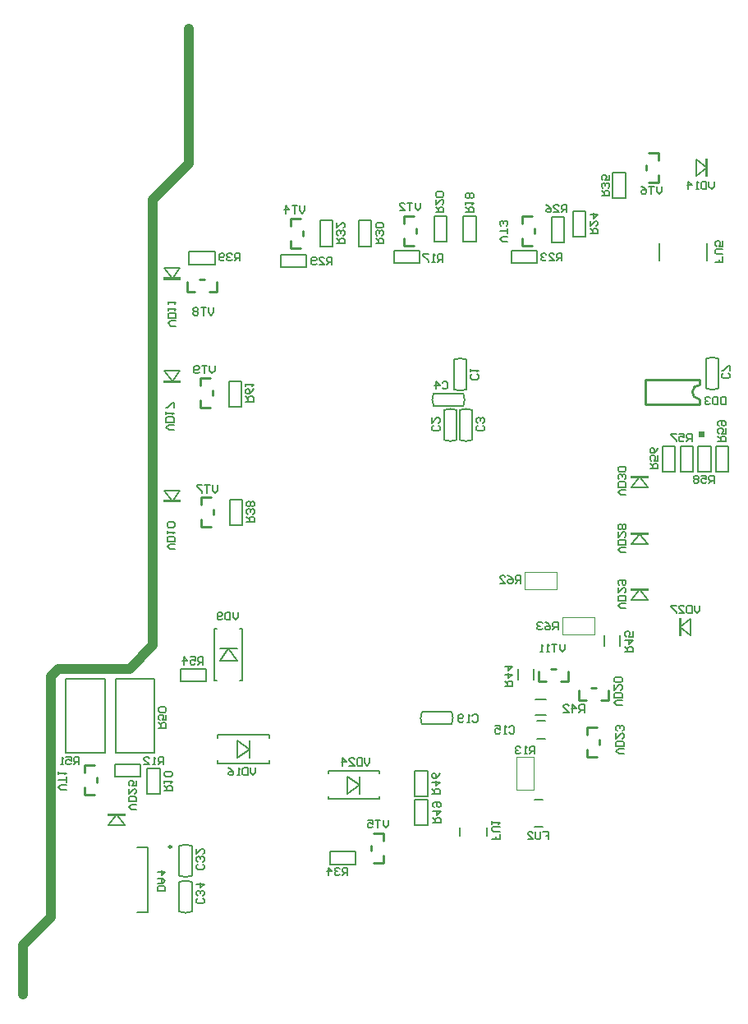
<source format=gbo>
G04*
G04 #@! TF.GenerationSoftware,Altium Limited,Altium Designer,19.1.9 (167)*
G04*
G04 Layer_Color=32896*
%FSLAX24Y24*%
%MOIN*%
G70*
G01*
G75*
%ADD10C,0.0050*%
%ADD12C,0.0070*%
%ADD14C,0.0098*%
%ADD16C,0.0100*%
%ADD18C,0.0079*%
%ADD19C,0.0039*%
%ADD20C,0.0394*%
%ADD168C,0.0067*%
G36*
X22553Y9709D02*
X23273D01*
Y9599D01*
X22553D01*
Y9709D01*
D02*
G37*
G36*
X25517Y22338D02*
X24797D01*
Y22448D01*
X25517D01*
Y22338D01*
D02*
G37*
G36*
X43774Y18843D02*
X44494D01*
Y18733D01*
X43774D01*
Y18843D01*
D02*
G37*
G36*
X45724Y16923D02*
Y17643D01*
X45834D01*
Y16923D01*
X45724D01*
D02*
G37*
G36*
X43774Y21106D02*
X44494D01*
Y20996D01*
X43774D01*
Y21106D01*
D02*
G37*
G36*
X25517Y27181D02*
X24797D01*
Y27291D01*
X25517D01*
Y27181D01*
D02*
G37*
G36*
Y31354D02*
X24797D01*
Y31464D01*
X25517D01*
Y31354D01*
D02*
G37*
G36*
X43774Y23410D02*
X44494D01*
Y23300D01*
X43774D01*
Y23410D01*
D02*
G37*
G36*
X46526Y24959D02*
Y25209D01*
X46776D01*
Y24959D01*
X46526D01*
D02*
G37*
G36*
X46914Y36266D02*
Y35546D01*
X46804D01*
Y36266D01*
X46914D01*
D02*
G37*
D10*
X27801Y11973D02*
Y12673D01*
X28301Y11973D02*
Y12673D01*
X27801D02*
X28301Y12323D01*
X27801Y11973D02*
X28301Y12323D01*
X27091Y15911D02*
X27791D01*
X27091Y16411D02*
X27791D01*
X27091Y15911D02*
X27441Y16411D01*
X27791Y15911D01*
X32289Y10516D02*
X32789Y10866D01*
X32289Y11216D02*
X32789Y10866D01*
Y10516D02*
Y11216D01*
X32289Y10516D02*
Y11216D01*
D12*
X47341Y28163D02*
G03*
X46831Y28162I-255J-609D01*
G01*
Y26955D02*
G03*
X47341Y26955I256J608D01*
G01*
X36982Y26240D02*
G03*
X36982Y26751I-608J256D01*
G01*
X35774D02*
G03*
X35775Y26240I609J-255D01*
G01*
X36595Y26916D02*
G03*
X37105Y26915I256J608D01*
G01*
Y28123D02*
G03*
X36595Y28123I-255J-609D01*
G01*
X36201Y24869D02*
G03*
X36711Y24868I256J608D01*
G01*
Y26076D02*
G03*
X36201Y26076I-255J-609D01*
G01*
X36831Y24869D02*
G03*
X37341Y24868I256J608D01*
G01*
Y26076D02*
G03*
X36831Y26076I-255J-609D01*
G01*
X35302Y13837D02*
G03*
X35302Y13327I609J-255D01*
G01*
X36509D02*
G03*
X36510Y13837I-608J256D01*
G01*
X25963Y8399D02*
G03*
X25453Y8398I-255J-609D01*
G01*
Y7191D02*
G03*
X25963Y7191I256J608D01*
G01*
X25453Y5735D02*
G03*
X25964Y5736I255J609D01*
G01*
Y6942D02*
G03*
X25453Y6943I-256J-608D01*
G01*
X25502Y15571D02*
X26545D01*
X25502Y15059D02*
X26545D01*
X25502D02*
Y15571D01*
X26545Y15059D02*
Y15571D01*
X24665Y10502D02*
Y11545D01*
X24154Y10502D02*
Y11545D01*
X24665D01*
X24154Y10502D02*
X24665D01*
X41437Y33100D02*
Y34144D01*
X41949Y33100D02*
Y34144D01*
X41437Y33100D02*
X41949D01*
X41437Y34144D02*
X41949D01*
X29557Y31870D02*
Y32382D01*
X30600Y31870D02*
Y32382D01*
X29557D02*
X30600D01*
X29557Y31870D02*
X30600D01*
X31161Y33760D02*
X31673D01*
X31161Y32717D02*
X31673D01*
Y33760D01*
X31161Y32717D02*
Y33760D01*
X32736D02*
X33248D01*
X32736Y32717D02*
X33248D01*
Y33760D01*
X32736Y32717D02*
Y33760D01*
X43051Y34675D02*
X43563D01*
X43051Y35719D02*
X43563D01*
X43051Y34675D02*
Y35719D01*
X43563Y34675D02*
Y35719D01*
X40571Y33917D02*
X41083D01*
X40571Y32874D02*
X41083D01*
Y33917D01*
X40571Y32874D02*
Y33917D01*
X38927Y32028D02*
Y32539D01*
X39970Y32028D02*
Y32539D01*
X38927D02*
X39970D01*
X38927Y32028D02*
X39970D01*
X34163D02*
Y32539D01*
X35207Y32028D02*
Y32539D01*
X34163D02*
X35207D01*
X34163Y32028D02*
X35207D01*
X35807Y33947D02*
X36319D01*
X35807Y32904D02*
X36319D01*
Y33947D01*
X35807Y32904D02*
Y33947D01*
X36988D02*
X37500D01*
X36988Y32904D02*
X37500D01*
Y33947D01*
X36988Y32904D02*
Y33947D01*
X47342Y26959D02*
Y28159D01*
X46831Y26959D02*
Y28159D01*
X35778Y26240D02*
X36978D01*
X35778Y26751D02*
X36978D01*
X36594Y26919D02*
Y28120D01*
X37105Y26919D02*
Y28119D01*
X36201Y24872D02*
Y26073D01*
X36712Y24872D02*
Y26072D01*
X36831Y24872D02*
Y26073D01*
X37342Y24872D02*
Y26072D01*
X35306Y13838D02*
X36506D01*
X35305Y13327D02*
X36506D01*
X35531Y9242D02*
Y10285D01*
X35020Y9242D02*
Y10285D01*
X35531D01*
X35020Y9242D02*
X35531D01*
Y10413D02*
Y11457D01*
X35020Y10413D02*
Y11457D01*
X35531D01*
X35020Y10413D02*
X35531D01*
X45059Y23573D02*
Y24616D01*
X45571Y23573D02*
Y24616D01*
X45059Y23573D02*
X45571D01*
X45059Y24616D02*
X45571D01*
X45807Y23573D02*
Y24616D01*
X46319Y23573D02*
Y24616D01*
X45807Y23573D02*
X46319D01*
X45807Y24616D02*
X46319D01*
X46516Y23573D02*
Y24616D01*
X47028Y23573D02*
Y24616D01*
X46516Y23573D02*
X47028D01*
X46516Y24616D02*
X47028D01*
X47224Y23573D02*
Y24616D01*
X47736Y23573D02*
Y24616D01*
X47224Y23573D02*
X47736D01*
X47224Y24616D02*
X47736D01*
X31565Y7657D02*
X32608D01*
X31565Y8169D02*
X32608D01*
Y7657D02*
Y8169D01*
X31565Y7657D02*
Y8169D01*
X27500Y21407D02*
Y22451D01*
X28012Y21407D02*
Y22451D01*
X27500Y21407D02*
X28012D01*
X27500Y22451D02*
X28012D01*
X27461Y27254D02*
X27972D01*
X27461Y26211D02*
X27972D01*
Y27254D01*
X27461Y26211D02*
Y27254D01*
X25856Y31988D02*
X26900D01*
X25856Y32500D02*
X26900D01*
Y31988D02*
Y32500D01*
X25856Y31988D02*
Y32500D01*
X23868Y11201D02*
Y11713D01*
X22825Y11201D02*
Y11713D01*
Y11201D02*
X23868D01*
X22825Y11713D02*
X23868D01*
X25964Y7195D02*
Y8395D01*
X25453Y7195D02*
Y8396D01*
Y5739D02*
Y6939D01*
X25964Y5738D02*
Y6939D01*
D14*
X25128Y8358D02*
G03*
X25128Y8358I-49J0D01*
G01*
D16*
X46574Y27086D02*
G03*
X46555Y26528I-19J-279D01*
G01*
X29974Y33528D02*
Y33828D01*
Y32628D02*
X30374D01*
X29974D02*
Y32928D01*
X30474Y33128D02*
Y33328D01*
X29974Y33828D02*
X30374D01*
X34576Y33640D02*
Y33940D01*
Y32740D02*
X34976D01*
X34576D02*
Y33040D01*
X35076Y33240D02*
Y33440D01*
X34576Y33940D02*
X34976D01*
X39364Y33640D02*
Y33940D01*
Y32740D02*
X39764D01*
X39364D02*
Y33040D01*
X39864Y33240D02*
Y33440D01*
X39364Y33940D02*
X39764D01*
X44913Y35312D02*
Y35612D01*
X44513Y36512D02*
X44913D01*
Y36212D02*
Y36512D01*
X44413Y35812D02*
Y36012D01*
X44513Y35312D02*
X44913D01*
X44376Y27309D02*
X46576D01*
X44376Y26309D02*
X46576D01*
X44376D02*
Y27309D01*
X46576Y27109D02*
Y27309D01*
Y26309D02*
Y26509D01*
X42002Y12912D02*
Y13212D01*
Y12012D02*
X42402D01*
X42002D02*
Y12312D01*
X42502Y12512D02*
Y12712D01*
X42002Y13212D02*
X42402D01*
X40056Y15073D02*
X40356D01*
X41256D02*
Y15473D01*
X40956Y15073D02*
X41256D01*
X40556Y15573D02*
X40756D01*
X40056Y15073D02*
Y15473D01*
X41670Y14325D02*
X41970D01*
X42870D02*
Y14725D01*
X42570Y14325D02*
X42870D01*
X42170Y14825D02*
X42370D01*
X41670Y14325D02*
Y14725D01*
X33732Y7713D02*
Y8013D01*
X33331Y8913D02*
X33732D01*
Y8613D02*
Y8913D01*
X33231Y8213D02*
Y8413D01*
X33331Y7713D02*
X33732D01*
X26332Y22243D02*
Y22543D01*
Y21343D02*
X26732D01*
X26332D02*
Y21643D01*
X26832Y21843D02*
Y22043D01*
X26332Y22543D02*
X26732D01*
X26293Y27085D02*
Y27385D01*
Y26185D02*
X26693D01*
X26293D02*
Y26485D01*
X26793Y26685D02*
Y26885D01*
X26293Y27385D02*
X26693D01*
X25765Y30860D02*
X26065D01*
X26965D02*
Y31260D01*
X26665Y30860D02*
X26965D01*
X26265Y31360D02*
X26465D01*
X25765Y30860D02*
Y31260D01*
X21608Y11676D02*
X22008D01*
X22108Y10976D02*
Y11176D01*
X21608Y10476D02*
Y10776D01*
Y10476D02*
X22008D01*
X21608Y11376D02*
Y11676D01*
D18*
X22583Y9229D02*
X23243D01*
X22583D02*
X22913Y9659D01*
X23243Y9229D01*
X46434Y35576D02*
Y36236D01*
X46864Y35906D01*
X46434Y35576D02*
X46864Y35906D01*
X46870Y32126D02*
Y32835D01*
X44941Y32126D02*
Y32835D01*
X27008Y12785D02*
Y12894D01*
Y11752D02*
Y11860D01*
X29094Y12785D02*
Y12894D01*
Y11752D02*
Y11860D01*
X27008Y12894D02*
X29094D01*
X27008Y11752D02*
X29094D01*
X26870Y15118D02*
X26978D01*
X27904D02*
X28012D01*
X26870Y17205D02*
X26978D01*
X27904D02*
X28012D01*
X26870Y15118D02*
Y17205D01*
X28012Y15118D02*
Y17205D01*
X31496Y10295D02*
X33583D01*
X31496Y11437D02*
X33583D01*
Y10295D02*
Y10404D01*
Y11329D02*
Y11437D01*
X31496Y10295D02*
Y10404D01*
Y11329D02*
Y11437D01*
X46204Y16953D02*
Y17613D01*
X45774Y17283D02*
X46204Y16953D01*
X45774Y17283D02*
X46204Y17613D01*
X43804Y20626D02*
X44464D01*
X43804D02*
X44134Y21056D01*
X44464Y20626D01*
X43804Y22930D02*
X44464D01*
X43804D02*
X44134Y23360D01*
X44464Y22930D01*
X43804Y18363D02*
X44464D01*
X43804D02*
X44134Y18793D01*
X44464Y18363D01*
X39902Y13701D02*
X40335D01*
X39902Y14331D02*
X40335D01*
X39843Y15138D02*
Y15571D01*
X39213Y15138D02*
Y15571D01*
X42717Y16516D02*
Y16949D01*
X43346Y16516D02*
Y16949D01*
X39862Y10276D02*
X40217D01*
X39862Y9173D02*
X40217D01*
X37953Y8799D02*
Y9154D01*
X36850Y8799D02*
Y9154D01*
X24827Y22818D02*
X25487D01*
X25157Y22388D02*
X25487Y22818D01*
X24827D02*
X25157Y22388D01*
X24827Y27661D02*
X25487D01*
X25157Y27231D02*
X25487Y27661D01*
X24827D02*
X25157Y27231D01*
X24827Y31834D02*
X25487D01*
X25157Y31404D02*
X25487Y31834D01*
X24827D02*
X25157Y31404D01*
X20856Y12175D02*
X22431D01*
X20856D02*
Y15167D01*
X22431D01*
Y12175D02*
Y15167D01*
X22864Y12175D02*
X24439D01*
X22864D02*
Y15167D01*
X24439D01*
Y12175D02*
Y15167D01*
X24183Y5720D02*
Y8358D01*
X23750D02*
X24183D01*
X23750Y5720D02*
X24183D01*
X23707Y9882D02*
X23497D01*
X23392Y9987D01*
X23497Y10092D01*
X23707D01*
Y10197D02*
X23392D01*
Y10355D01*
X23444Y10407D01*
X23654D01*
X23707Y10355D01*
Y10197D01*
X23392Y10722D02*
Y10512D01*
X23602Y10722D01*
X23654D01*
X23707Y10669D01*
Y10564D01*
X23654Y10512D01*
X23707Y11037D02*
Y10827D01*
X23549D01*
X23602Y10932D01*
Y10984D01*
X23549Y11037D01*
X23444D01*
X23392Y10984D01*
Y10879D01*
X23444Y10827D01*
X28543Y11575D02*
Y11365D01*
X28438Y11260D01*
X28333Y11365D01*
Y11575D01*
X28228D02*
Y11260D01*
X28071D01*
X28019Y11312D01*
Y11522D01*
X28071Y11575D01*
X28228D01*
X27914Y11260D02*
X27809D01*
X27861D01*
Y11575D01*
X27914Y11522D01*
X27441Y11575D02*
X27546Y11522D01*
X27651Y11417D01*
Y11312D01*
X27599Y11260D01*
X27494D01*
X27441Y11312D01*
Y11365D01*
X27494Y11417D01*
X27651D01*
X21378Y11693D02*
Y12008D01*
X21221D01*
X21168Y11955D01*
Y11850D01*
X21221Y11798D01*
X21378D01*
X21273D02*
X21168Y11693D01*
X20853Y12008D02*
X21063D01*
Y11850D01*
X20958Y11903D01*
X20906D01*
X20853Y11850D01*
Y11745D01*
X20906Y11693D01*
X21011D01*
X21063Y11745D01*
X20748Y11693D02*
X20643D01*
X20696D01*
Y12008D01*
X20748Y11955D01*
X47165Y35354D02*
Y35144D01*
X47060Y35039D01*
X46955Y35144D01*
Y35354D01*
X46851D02*
Y35039D01*
X46693D01*
X46641Y35092D01*
Y35302D01*
X46693Y35354D01*
X46851D01*
X46536Y35039D02*
X46431D01*
X46483D01*
Y35354D01*
X46536Y35302D01*
X46116Y35039D02*
Y35354D01*
X46273Y35197D01*
X46063D01*
X40827Y17165D02*
Y17480D01*
X40669D01*
X40617Y17428D01*
Y17323D01*
X40669Y17270D01*
X40827D01*
X40722D02*
X40617Y17165D01*
X40302Y17480D02*
X40407Y17428D01*
X40512Y17323D01*
Y17218D01*
X40459Y17165D01*
X40354D01*
X40302Y17218D01*
Y17270D01*
X40354Y17323D01*
X40512D01*
X40197Y17428D02*
X40145Y17480D01*
X40040D01*
X39987Y17428D01*
Y17375D01*
X40040Y17323D01*
X40092D01*
X40040D01*
X39987Y17270D01*
Y17218D01*
X40040Y17165D01*
X40145D01*
X40197Y17218D01*
X39311Y19055D02*
Y19370D01*
X39154D01*
X39101Y19318D01*
Y19213D01*
X39154Y19160D01*
X39311D01*
X39206D02*
X39101Y19055D01*
X38786Y19370D02*
X38891Y19318D01*
X38996Y19213D01*
Y19108D01*
X38944Y19055D01*
X38839D01*
X38786Y19108D01*
Y19160D01*
X38839Y19213D01*
X38996D01*
X38471Y19055D02*
X38681D01*
X38471Y19265D01*
Y19318D01*
X38524Y19370D01*
X38629D01*
X38681Y19318D01*
X24882Y6567D02*
X24567D01*
Y6724D01*
X24619Y6777D01*
X24829D01*
X24882Y6724D01*
Y6567D01*
X24567Y6882D02*
X24777D01*
X24882Y6987D01*
X24777Y7092D01*
X24567D01*
X24724D01*
Y6882D01*
X24567Y7354D02*
X24882D01*
X24724Y7197D01*
Y7407D01*
X26404Y6273D02*
X26457Y6220D01*
Y6115D01*
X26404Y6063D01*
X26194D01*
X26142Y6115D01*
Y6220D01*
X26194Y6273D01*
X26404Y6378D02*
X26457Y6430D01*
Y6535D01*
X26404Y6588D01*
X26352D01*
X26299Y6535D01*
Y6483D01*
Y6535D01*
X26247Y6588D01*
X26194D01*
X26142Y6535D01*
Y6430D01*
X26194Y6378D01*
X26142Y6850D02*
X26457D01*
X26299Y6693D01*
Y6903D01*
X26404Y7651D02*
X26457Y7598D01*
Y7493D01*
X26404Y7441D01*
X26194D01*
X26142Y7493D01*
Y7598D01*
X26194Y7651D01*
X26404Y7756D02*
X26457Y7808D01*
Y7913D01*
X26404Y7966D01*
X26352D01*
X26299Y7913D01*
Y7861D01*
Y7913D01*
X26247Y7966D01*
X26194D01*
X26142Y7913D01*
Y7808D01*
X26194Y7756D01*
X26142Y8281D02*
Y8071D01*
X26352Y8281D01*
X26404D01*
X26457Y8228D01*
Y8123D01*
X26404Y8071D01*
X41102Y16575D02*
Y16365D01*
X40997Y16260D01*
X40892Y16365D01*
Y16575D01*
X40788D02*
X40578D01*
X40683D01*
Y16260D01*
X40473D02*
X40368D01*
X40420D01*
Y16575D01*
X40473Y16522D01*
X40210Y16260D02*
X40105D01*
X40158D01*
Y16575D01*
X40210Y16522D01*
X26890Y27874D02*
Y27664D01*
X26785Y27559D01*
X26680Y27664D01*
Y27874D01*
X26575D02*
X26365D01*
X26470D01*
Y27559D01*
X26260Y27612D02*
X26208Y27559D01*
X26103D01*
X26050Y27612D01*
Y27821D01*
X26103Y27874D01*
X26208D01*
X26260Y27821D01*
Y27769D01*
X26208Y27716D01*
X26050D01*
X26850Y30236D02*
Y30026D01*
X26745Y29921D01*
X26640Y30026D01*
Y30236D01*
X26536D02*
X26326D01*
X26431D01*
Y29921D01*
X26221Y30184D02*
X26168Y30236D01*
X26063D01*
X26011Y30184D01*
Y30131D01*
X26063Y30079D01*
X26011Y30026D01*
Y29974D01*
X26063Y29921D01*
X26168D01*
X26221Y29974D01*
Y30026D01*
X26168Y30079D01*
X26221Y30131D01*
Y30184D01*
X26168Y30079D02*
X26063D01*
X27008Y23031D02*
Y22821D01*
X26903Y22717D01*
X26798Y22821D01*
Y23031D01*
X26693D02*
X26483D01*
X26588D01*
Y22717D01*
X26378Y23031D02*
X26168D01*
Y22979D01*
X26378Y22769D01*
Y22717D01*
X45039Y35157D02*
Y34947D01*
X44934Y34843D01*
X44829Y34947D01*
Y35157D01*
X44725D02*
X44515D01*
X44620D01*
Y34843D01*
X44200Y35157D02*
X44305Y35105D01*
X44410Y35000D01*
Y34895D01*
X44357Y34843D01*
X44252D01*
X44200Y34895D01*
Y34947D01*
X44252Y35000D01*
X44410D01*
X33937Y9449D02*
Y9239D01*
X33832Y9134D01*
X33727Y9239D01*
Y9449D01*
X33622D02*
X33412D01*
X33517D01*
Y9134D01*
X33097Y9449D02*
X33307D01*
Y9291D01*
X33202Y9344D01*
X33150D01*
X33097Y9291D01*
Y9186D01*
X33150Y9134D01*
X33255D01*
X33307Y9186D01*
X30551Y34370D02*
Y34160D01*
X30446Y34055D01*
X30341Y34160D01*
Y34370D01*
X30236D02*
X30026D01*
X30131D01*
Y34055D01*
X29764D02*
Y34370D01*
X29921Y34213D01*
X29712D01*
X38779Y32913D02*
X38570D01*
X38465Y33018D01*
X38570Y33123D01*
X38779D01*
Y33228D02*
Y33438D01*
Y33333D01*
X38465D01*
X38727Y33543D02*
X38779Y33596D01*
Y33701D01*
X38727Y33753D01*
X38674D01*
X38622Y33701D01*
Y33648D01*
Y33701D01*
X38570Y33753D01*
X38517D01*
X38465Y33701D01*
Y33596D01*
X38517Y33543D01*
X35236Y34488D02*
Y34278D01*
X35131Y34173D01*
X35026Y34278D01*
Y34488D01*
X34921D02*
X34711D01*
X34816D01*
Y34173D01*
X34397D02*
X34606D01*
X34397Y34383D01*
Y34436D01*
X34449Y34488D01*
X34554D01*
X34606Y34436D01*
X20866Y10669D02*
X20656D01*
X20551Y10774D01*
X20656Y10879D01*
X20866D01*
Y10984D02*
Y11194D01*
Y11089D01*
X20551D01*
Y11299D02*
Y11404D01*
Y11351D01*
X20866D01*
X20814Y11299D01*
X43583Y22638D02*
X43373D01*
X43268Y22743D01*
X43373Y22848D01*
X43583D01*
Y22953D02*
X43268D01*
Y23110D01*
X43320Y23163D01*
X43530D01*
X43583Y23110D01*
Y22953D01*
X43530Y23268D02*
X43583Y23320D01*
Y23425D01*
X43530Y23477D01*
X43478D01*
X43425Y23425D01*
Y23372D01*
Y23425D01*
X43373Y23477D01*
X43320D01*
X43268Y23425D01*
Y23320D01*
X43320Y23268D01*
X43530Y23582D02*
X43583Y23635D01*
Y23740D01*
X43530Y23792D01*
X43320D01*
X43268Y23740D01*
Y23635D01*
X43320Y23582D01*
X43530D01*
X43583Y18032D02*
X43373D01*
X43268Y18136D01*
X43373Y18241D01*
X43583D01*
Y18346D02*
X43268D01*
Y18504D01*
X43320Y18556D01*
X43530D01*
X43583Y18504D01*
Y18346D01*
X43268Y18871D02*
Y18661D01*
X43478Y18871D01*
X43530D01*
X43583Y18819D01*
Y18714D01*
X43530Y18661D01*
X43320Y18976D02*
X43268Y19029D01*
Y19133D01*
X43320Y19186D01*
X43530D01*
X43583Y19133D01*
Y19029D01*
X43530Y18976D01*
X43478D01*
X43425Y19029D01*
Y19186D01*
X43583Y20295D02*
X43373D01*
X43268Y20400D01*
X43373Y20505D01*
X43583D01*
Y20610D02*
X43268D01*
Y20767D01*
X43320Y20820D01*
X43530D01*
X43583Y20767D01*
Y20610D01*
X43268Y21135D02*
Y20925D01*
X43478Y21135D01*
X43530D01*
X43583Y21082D01*
Y20977D01*
X43530Y20925D01*
Y21239D02*
X43583Y21292D01*
Y21397D01*
X43530Y21449D01*
X43478D01*
X43425Y21397D01*
X43373Y21449D01*
X43320D01*
X43268Y21397D01*
Y21292D01*
X43320Y21239D01*
X43373D01*
X43425Y21292D01*
X43478Y21239D01*
X43530D01*
X43425Y21292D02*
Y21397D01*
X46575Y18149D02*
Y17940D01*
X46470Y17835D01*
X46365Y17940D01*
Y18149D01*
X46260D02*
Y17835D01*
X46103D01*
X46050Y17887D01*
Y18097D01*
X46103Y18149D01*
X46260D01*
X45735Y17835D02*
X45945D01*
X45735Y18045D01*
Y18097D01*
X45788Y18149D01*
X45893D01*
X45945Y18097D01*
X45630Y18149D02*
X45420D01*
Y18097D01*
X45630Y17887D01*
Y17835D01*
X33189Y11968D02*
Y11759D01*
X33084Y11654D01*
X32979Y11759D01*
Y11968D01*
X32874D02*
Y11654D01*
X32717D01*
X32664Y11706D01*
Y11916D01*
X32717Y11968D01*
X32874D01*
X32349Y11654D02*
X32559D01*
X32349Y11863D01*
Y11916D01*
X32402Y11968D01*
X32507D01*
X32559Y11916D01*
X32087Y11654D02*
Y11968D01*
X32244Y11811D01*
X32034D01*
X43504Y12126D02*
X43294D01*
X43189Y12231D01*
X43294Y12336D01*
X43504D01*
Y12441D02*
X43189D01*
Y12598D01*
X43241Y12651D01*
X43451D01*
X43504Y12598D01*
Y12441D01*
X43189Y12966D02*
Y12756D01*
X43399Y12966D01*
X43451D01*
X43504Y12913D01*
Y12808D01*
X43451Y12756D01*
Y13071D02*
X43504Y13123D01*
Y13228D01*
X43451Y13280D01*
X43399D01*
X43346Y13228D01*
Y13176D01*
Y13228D01*
X43294Y13280D01*
X43241D01*
X43189Y13228D01*
Y13123D01*
X43241Y13071D01*
X43425Y14094D02*
X43215D01*
X43110Y14199D01*
X43215Y14304D01*
X43425D01*
Y14409D02*
X43110D01*
Y14567D01*
X43163Y14619D01*
X43373D01*
X43425Y14567D01*
Y14409D01*
X43110Y14934D02*
Y14724D01*
X43320Y14934D01*
X43373D01*
X43425Y14882D01*
Y14777D01*
X43373Y14724D01*
Y15039D02*
X43425Y15092D01*
Y15196D01*
X43373Y15249D01*
X43163D01*
X43110Y15196D01*
Y15092D01*
X43163Y15039D01*
X43373D01*
X25236Y25276D02*
X25026D01*
X24921Y25381D01*
X25026Y25485D01*
X25236D01*
Y25590D02*
X24921D01*
Y25748D01*
X24974Y25800D01*
X25184D01*
X25236Y25748D01*
Y25590D01*
X24921Y25905D02*
Y26010D01*
Y25958D01*
X25236D01*
X25184Y25905D01*
X25236Y26168D02*
Y26378D01*
X25184D01*
X24974Y26168D01*
X24921D01*
X25315Y29488D02*
X25105D01*
X25000Y29593D01*
X25105Y29698D01*
X25315D01*
Y29803D02*
X25000D01*
Y29960D01*
X25052Y30013D01*
X25262D01*
X25315Y29960D01*
Y29803D01*
X25000Y30118D02*
Y30223D01*
Y30170D01*
X25315D01*
X25262Y30118D01*
X25000Y30380D02*
Y30485D01*
Y30433D01*
X25315D01*
X25262Y30380D01*
X25275Y20433D02*
X25066D01*
X24961Y20538D01*
X25066Y20643D01*
X25275D01*
Y20748D02*
X24961D01*
Y20905D01*
X25013Y20958D01*
X25223D01*
X25275Y20905D01*
Y20748D01*
X24961Y21063D02*
Y21168D01*
Y21115D01*
X25275D01*
X25223Y21063D01*
Y21325D02*
X25275Y21378D01*
Y21483D01*
X25223Y21535D01*
X25013D01*
X24961Y21483D01*
Y21378D01*
X25013Y21325D01*
X25223D01*
X27835Y17874D02*
Y17664D01*
X27730Y17559D01*
X27625Y17664D01*
Y17874D01*
X27520D02*
Y17559D01*
X27362D01*
X27310Y17612D01*
Y17821D01*
X27362Y17874D01*
X27520D01*
X27205Y17612D02*
X27152Y17559D01*
X27048D01*
X26995Y17612D01*
Y17821D01*
X27048Y17874D01*
X27152D01*
X27205Y17821D01*
Y17769D01*
X27152Y17716D01*
X26995D01*
X28150Y26417D02*
X28464D01*
Y26575D01*
X28412Y26627D01*
X28307D01*
X28255Y26575D01*
Y26417D01*
Y26522D02*
X28150Y26627D01*
X28464Y26942D02*
X28412Y26837D01*
X28307Y26732D01*
X28202D01*
X28150Y26785D01*
Y26890D01*
X28202Y26942D01*
X28255D01*
X28307Y26890D01*
Y26732D01*
X28150Y27047D02*
Y27152D01*
Y27100D01*
X28464D01*
X28412Y27047D01*
X47323Y24803D02*
X47638D01*
Y24961D01*
X47585Y25013D01*
X47480D01*
X47428Y24961D01*
Y24803D01*
Y24908D02*
X47323Y25013D01*
X47638Y25328D02*
Y25118D01*
X47480D01*
X47533Y25223D01*
Y25275D01*
X47480Y25328D01*
X47375D01*
X47323Y25275D01*
Y25170D01*
X47375Y25118D01*
Y25433D02*
X47323Y25485D01*
Y25590D01*
X47375Y25643D01*
X47585D01*
X47638Y25590D01*
Y25485D01*
X47585Y25433D01*
X47533D01*
X47480Y25485D01*
Y25643D01*
X47165Y23110D02*
Y23425D01*
X47008D01*
X46955Y23373D01*
Y23268D01*
X47008Y23215D01*
X47165D01*
X47060D02*
X46955Y23110D01*
X46641Y23425D02*
X46851D01*
Y23268D01*
X46746Y23320D01*
X46693D01*
X46641Y23268D01*
Y23163D01*
X46693Y23110D01*
X46798D01*
X46851Y23163D01*
X46536Y23373D02*
X46483Y23425D01*
X46378D01*
X46326Y23373D01*
Y23320D01*
X46378Y23268D01*
X46326Y23215D01*
Y23163D01*
X46378Y23110D01*
X46483D01*
X46536Y23163D01*
Y23215D01*
X46483Y23268D01*
X46536Y23320D01*
Y23373D01*
X46483Y23268D02*
X46378D01*
X46260Y24803D02*
Y25118D01*
X46102D01*
X46050Y25066D01*
Y24961D01*
X46102Y24908D01*
X46260D01*
X46155D02*
X46050Y24803D01*
X45735Y25118D02*
X45945D01*
Y24961D01*
X45840Y25013D01*
X45788D01*
X45735Y24961D01*
Y24856D01*
X45788Y24803D01*
X45893D01*
X45945Y24856D01*
X45630Y25118D02*
X45420D01*
Y25066D01*
X45630Y24856D01*
Y24803D01*
X44567Y23701D02*
X44882D01*
Y23858D01*
X44829Y23911D01*
X44724D01*
X44672Y23858D01*
Y23701D01*
Y23806D02*
X44567Y23911D01*
X44882Y24226D02*
Y24016D01*
X44724D01*
X44777Y24121D01*
Y24173D01*
X44724Y24226D01*
X44619D01*
X44567Y24173D01*
Y24068D01*
X44619Y24016D01*
X44882Y24540D02*
X44829Y24435D01*
X44724Y24330D01*
X44619D01*
X44567Y24383D01*
Y24488D01*
X44619Y24540D01*
X44672D01*
X44724Y24488D01*
Y24330D01*
X26417Y15748D02*
Y16063D01*
X26260D01*
X26207Y16010D01*
Y15905D01*
X26260Y15853D01*
X26417D01*
X26312D02*
X26207Y15748D01*
X25893Y16063D02*
X26102D01*
Y15905D01*
X25998Y15958D01*
X25945D01*
X25893Y15905D01*
Y15801D01*
X25945Y15748D01*
X26050D01*
X26102Y15801D01*
X25630Y15748D02*
Y16063D01*
X25788Y15905D01*
X25578D01*
X24606Y13189D02*
X24921D01*
Y13346D01*
X24869Y13399D01*
X24764D01*
X24711Y13346D01*
Y13189D01*
Y13294D02*
X24606Y13399D01*
X24921Y13714D02*
Y13504D01*
X24764D01*
X24816Y13609D01*
Y13661D01*
X24764Y13714D01*
X24659D01*
X24606Y13661D01*
Y13556D01*
X24659Y13504D01*
X24869Y13819D02*
X24921Y13871D01*
Y13976D01*
X24869Y14029D01*
X24659D01*
X24606Y13976D01*
Y13871D01*
X24659Y13819D01*
X24869D01*
X35748Y9331D02*
X36063D01*
Y9488D01*
X36010Y9541D01*
X35905D01*
X35853Y9488D01*
Y9331D01*
Y9436D02*
X35748Y9541D01*
Y9803D02*
X36063D01*
X35905Y9646D01*
Y9855D01*
X35801Y9960D02*
X35748Y10013D01*
Y10118D01*
X35801Y10170D01*
X36010D01*
X36063Y10118D01*
Y10013D01*
X36010Y9960D01*
X35958D01*
X35905Y10013D01*
Y10170D01*
X35709Y10512D02*
X36024D01*
Y10669D01*
X35971Y10722D01*
X35866D01*
X35814Y10669D01*
Y10512D01*
Y10617D02*
X35709Y10722D01*
Y10984D02*
X36024D01*
X35866Y10827D01*
Y11037D01*
X36024Y11351D02*
X35971Y11246D01*
X35866Y11142D01*
X35761D01*
X35709Y11194D01*
Y11299D01*
X35761Y11351D01*
X35814D01*
X35866Y11299D01*
Y11142D01*
X43543Y16260D02*
X43858D01*
Y16417D01*
X43806Y16470D01*
X43701D01*
X43648Y16417D01*
Y16260D01*
Y16365D02*
X43543Y16470D01*
Y16732D02*
X43858D01*
X43701Y16575D01*
Y16785D01*
X43858Y17099D02*
Y16890D01*
X43701D01*
X43753Y16995D01*
Y17047D01*
X43701Y17099D01*
X43596D01*
X43543Y17047D01*
Y16942D01*
X43596Y16890D01*
X38661Y14882D02*
X38976D01*
Y15039D01*
X38924Y15092D01*
X38819D01*
X38766Y15039D01*
Y14882D01*
Y14987D02*
X38661Y15092D01*
Y15354D02*
X38976D01*
X38819Y15197D01*
Y15407D01*
X38661Y15669D02*
X38976D01*
X38819Y15512D01*
Y15722D01*
X41890Y13819D02*
Y14134D01*
X41732D01*
X41680Y14081D01*
Y13976D01*
X41732Y13924D01*
X41890D01*
X41785D02*
X41680Y13819D01*
X41417D02*
Y14134D01*
X41575Y13976D01*
X41365D01*
X41050Y13819D02*
X41260D01*
X41050Y14029D01*
Y14081D01*
X41103Y14134D01*
X41208D01*
X41260Y14081D01*
X27913Y32126D02*
Y32441D01*
X27756D01*
X27703Y32388D01*
Y32283D01*
X27756Y32231D01*
X27913D01*
X27808D02*
X27703Y32126D01*
X27599Y32388D02*
X27546Y32441D01*
X27441D01*
X27389Y32388D01*
Y32336D01*
X27441Y32283D01*
X27494D01*
X27441D01*
X27389Y32231D01*
Y32178D01*
X27441Y32126D01*
X27546D01*
X27599Y32178D01*
X27284D02*
X27231Y32126D01*
X27126D01*
X27074Y32178D01*
Y32388D01*
X27126Y32441D01*
X27231D01*
X27284Y32388D01*
Y32336D01*
X27231Y32283D01*
X27074D01*
X28189Y21535D02*
X28504D01*
Y21693D01*
X28451Y21745D01*
X28346D01*
X28294Y21693D01*
Y21535D01*
Y21640D02*
X28189Y21745D01*
X28451Y21850D02*
X28504Y21903D01*
Y22008D01*
X28451Y22060D01*
X28399D01*
X28346Y22008D01*
Y21955D01*
Y22008D01*
X28294Y22060D01*
X28241D01*
X28189Y22008D01*
Y21903D01*
X28241Y21850D01*
X28451Y22165D02*
X28504Y22218D01*
Y22323D01*
X28451Y22375D01*
X28399D01*
X28346Y22323D01*
X28294Y22375D01*
X28241D01*
X28189Y22323D01*
Y22218D01*
X28241Y22165D01*
X28294D01*
X28346Y22218D01*
X28399Y22165D01*
X28451D01*
X28346Y22218D02*
Y22323D01*
X42598Y34764D02*
X42913D01*
Y34921D01*
X42861Y34974D01*
X42756D01*
X42703Y34921D01*
Y34764D01*
Y34869D02*
X42598Y34974D01*
X42861Y35079D02*
X42913Y35131D01*
Y35236D01*
X42861Y35289D01*
X42808D01*
X42756Y35236D01*
Y35184D01*
Y35236D01*
X42703Y35289D01*
X42651D01*
X42598Y35236D01*
Y35131D01*
X42651Y35079D01*
X42913Y35603D02*
Y35394D01*
X42756D01*
X42808Y35498D01*
Y35551D01*
X42756Y35603D01*
X42651D01*
X42598Y35551D01*
Y35446D01*
X42651Y35394D01*
X32283Y7205D02*
Y7520D01*
X32126D01*
X32074Y7467D01*
Y7362D01*
X32126Y7310D01*
X32283D01*
X32179D02*
X32074Y7205D01*
X31969Y7467D02*
X31916Y7520D01*
X31811D01*
X31759Y7467D01*
Y7415D01*
X31811Y7362D01*
X31864D01*
X31811D01*
X31759Y7310D01*
Y7257D01*
X31811Y7205D01*
X31916D01*
X31969Y7257D01*
X31496Y7205D02*
Y7520D01*
X31654Y7362D01*
X31444D01*
X31850Y32835D02*
X32165D01*
Y32992D01*
X32113Y33045D01*
X32008D01*
X31955Y32992D01*
Y32835D01*
Y32940D02*
X31850Y33045D01*
X32113Y33149D02*
X32165Y33202D01*
Y33307D01*
X32113Y33359D01*
X32060D01*
X32008Y33307D01*
Y33254D01*
Y33307D01*
X31955Y33359D01*
X31903D01*
X31850Y33307D01*
Y33202D01*
X31903Y33149D01*
X31850Y33674D02*
Y33464D01*
X32060Y33674D01*
X32113D01*
X32165Y33622D01*
Y33517D01*
X32113Y33464D01*
X33425Y32835D02*
X33740D01*
Y32992D01*
X33688Y33045D01*
X33583D01*
X33530Y32992D01*
Y32835D01*
Y32940D02*
X33425Y33045D01*
X33688Y33149D02*
X33740Y33202D01*
Y33307D01*
X33688Y33359D01*
X33635D01*
X33583Y33307D01*
Y33254D01*
Y33307D01*
X33530Y33359D01*
X33478D01*
X33425Y33307D01*
Y33202D01*
X33478Y33149D01*
X33688Y33464D02*
X33740Y33517D01*
Y33622D01*
X33688Y33674D01*
X33478D01*
X33425Y33622D01*
Y33517D01*
X33478Y33464D01*
X33688D01*
X31654Y31969D02*
Y32283D01*
X31496D01*
X31444Y32231D01*
Y32126D01*
X31496Y32073D01*
X31654D01*
X31549D02*
X31444Y31969D01*
X31129D02*
X31339D01*
X31129Y32178D01*
Y32231D01*
X31181Y32283D01*
X31286D01*
X31339Y32231D01*
X31024Y32021D02*
X30971Y31969D01*
X30866D01*
X30814Y32021D01*
Y32231D01*
X30866Y32283D01*
X30971D01*
X31024Y32231D01*
Y32178D01*
X30971Y32126D01*
X30814D01*
X41181Y34094D02*
Y34409D01*
X41024D01*
X40971Y34357D01*
Y34252D01*
X41024Y34199D01*
X41181D01*
X41076D02*
X40971Y34094D01*
X40656D02*
X40866D01*
X40656Y34304D01*
Y34357D01*
X40709Y34409D01*
X40814D01*
X40866Y34357D01*
X40341Y34409D02*
X40446Y34357D01*
X40551Y34252D01*
Y34147D01*
X40499Y34094D01*
X40394D01*
X40341Y34147D01*
Y34199D01*
X40394Y34252D01*
X40551D01*
X42126Y33228D02*
X42441D01*
Y33386D01*
X42388Y33438D01*
X42283D01*
X42231Y33386D01*
Y33228D01*
Y33333D02*
X42126Y33438D01*
Y33753D02*
Y33543D01*
X42336Y33753D01*
X42388D01*
X42441Y33701D01*
Y33596D01*
X42388Y33543D01*
X42126Y34015D02*
X42441D01*
X42283Y33858D01*
Y34068D01*
X40984Y32126D02*
Y32441D01*
X40827D01*
X40774Y32388D01*
Y32283D01*
X40827Y32231D01*
X40984D01*
X40879D02*
X40774Y32126D01*
X40459D02*
X40669D01*
X40459Y32336D01*
Y32388D01*
X40512Y32441D01*
X40617D01*
X40669Y32388D01*
X40355D02*
X40302Y32441D01*
X40197D01*
X40145Y32388D01*
Y32336D01*
X40197Y32283D01*
X40250D01*
X40197D01*
X40145Y32231D01*
Y32178D01*
X40197Y32126D01*
X40302D01*
X40355Y32178D01*
X35866Y34094D02*
X36181D01*
Y34252D01*
X36129Y34304D01*
X36024D01*
X35971Y34252D01*
Y34094D01*
Y34199D02*
X35866Y34304D01*
Y34619D02*
Y34409D01*
X36076Y34619D01*
X36129D01*
X36181Y34567D01*
Y34462D01*
X36129Y34409D01*
Y34724D02*
X36181Y34777D01*
Y34882D01*
X36129Y34934D01*
X35919D01*
X35866Y34882D01*
Y34777D01*
X35919Y34724D01*
X36129D01*
X37087Y34094D02*
X37401D01*
Y34252D01*
X37349Y34304D01*
X37244D01*
X37192Y34252D01*
Y34094D01*
Y34199D02*
X37087Y34304D01*
Y34409D02*
Y34514D01*
Y34462D01*
X37401D01*
X37349Y34409D01*
Y34672D02*
X37401Y34724D01*
Y34829D01*
X37349Y34882D01*
X37297D01*
X37244Y34829D01*
X37192Y34882D01*
X37139D01*
X37087Y34829D01*
Y34724D01*
X37139Y34672D01*
X37192D01*
X37244Y34724D01*
X37297Y34672D01*
X37349D01*
X37244Y34724D02*
Y34829D01*
X36142Y32087D02*
Y32401D01*
X35984D01*
X35932Y32349D01*
Y32244D01*
X35984Y32192D01*
X36142D01*
X36037D02*
X35932Y32087D01*
X35827D02*
X35722D01*
X35774D01*
Y32401D01*
X35827Y32349D01*
X35564Y32401D02*
X35355D01*
Y32349D01*
X35564Y32139D01*
Y32087D01*
X39882Y12126D02*
Y12441D01*
X39724D01*
X39672Y12388D01*
Y12283D01*
X39724Y12231D01*
X39882D01*
X39777D02*
X39672Y12126D01*
X39567D02*
X39462D01*
X39515D01*
Y12441D01*
X39567Y12388D01*
X39305D02*
X39252Y12441D01*
X39147D01*
X39095Y12388D01*
Y12336D01*
X39147Y12283D01*
X39200D01*
X39147D01*
X39095Y12231D01*
Y12178D01*
X39147Y12126D01*
X39252D01*
X39305Y12178D01*
X24803Y11693D02*
Y12008D01*
X24646D01*
X24593Y11955D01*
Y11850D01*
X24646Y11798D01*
X24803D01*
X24698D02*
X24593Y11693D01*
X24488D02*
X24383D01*
X24436D01*
Y12008D01*
X24488Y11955D01*
X24016Y11693D02*
X24226D01*
X24016Y11903D01*
Y11955D01*
X24068Y12008D01*
X24173D01*
X24226Y11955D01*
X24843Y10630D02*
X25157D01*
Y10787D01*
X25105Y10840D01*
X25000D01*
X24947Y10787D01*
Y10630D01*
Y10735D02*
X24843Y10840D01*
Y10945D02*
Y11050D01*
Y10997D01*
X25157D01*
X25105Y10945D01*
Y11207D02*
X25157Y11260D01*
Y11365D01*
X25105Y11417D01*
X24895D01*
X24843Y11365D01*
Y11260D01*
X24895Y11207D01*
X25105D01*
X47520Y32297D02*
Y32087D01*
X47362D01*
Y32192D01*
Y32087D01*
X47205D01*
X47520Y32401D02*
X47257D01*
X47205Y32454D01*
Y32559D01*
X47257Y32611D01*
X47520D01*
Y32926D02*
Y32716D01*
X47362D01*
X47415Y32821D01*
Y32874D01*
X47362Y32926D01*
X47257D01*
X47205Y32874D01*
Y32769D01*
X47257Y32716D01*
X40223Y8976D02*
X40433D01*
Y8819D01*
X40328D01*
X40433D01*
Y8661D01*
X40118Y8976D02*
Y8714D01*
X40066Y8661D01*
X39961D01*
X39908Y8714D01*
Y8976D01*
X39593Y8661D02*
X39803D01*
X39593Y8871D01*
Y8924D01*
X39646Y8976D01*
X39751D01*
X39803Y8924D01*
X38464Y8871D02*
Y8661D01*
X38307D01*
Y8766D01*
Y8661D01*
X38150D01*
X38464Y8976D02*
X38202D01*
X38150Y9029D01*
Y9134D01*
X38202Y9186D01*
X38464D01*
X38150Y9291D02*
Y9396D01*
Y9344D01*
X38464D01*
X38412Y9291D01*
X47638Y26614D02*
Y26299D01*
X47480D01*
X47428Y26352D01*
Y26562D01*
X47480Y26614D01*
X47638D01*
X47323D02*
Y26299D01*
X47166D01*
X47113Y26352D01*
Y26562D01*
X47166Y26614D01*
X47323D01*
X47008Y26562D02*
X46956Y26614D01*
X46851D01*
X46798Y26562D01*
Y26509D01*
X46851Y26457D01*
X46903D01*
X46851D01*
X46798Y26404D01*
Y26352D01*
X46851Y26299D01*
X46956D01*
X47008Y26352D01*
X37349Y13688D02*
X37402Y13740D01*
X37507D01*
X37559Y13688D01*
Y13478D01*
X37507Y13425D01*
X37402D01*
X37349Y13478D01*
X37244Y13425D02*
X37139D01*
X37192D01*
Y13740D01*
X37244Y13688D01*
X36982Y13478D02*
X36929Y13425D01*
X36824D01*
X36772Y13478D01*
Y13688D01*
X36824Y13740D01*
X36929D01*
X36982Y13688D01*
Y13635D01*
X36929Y13583D01*
X36772D01*
X38845Y13215D02*
X38898Y13268D01*
X39003D01*
X39055Y13215D01*
Y13005D01*
X39003Y12953D01*
X38898D01*
X38845Y13005D01*
X38740Y12953D02*
X38635D01*
X38688D01*
Y13268D01*
X38740Y13215D01*
X38268Y13268D02*
X38478D01*
Y13110D01*
X38373Y13163D01*
X38320D01*
X38268Y13110D01*
Y13005D01*
X38320Y12953D01*
X38425D01*
X38478Y13005D01*
X47743Y27572D02*
X47795Y27520D01*
Y27415D01*
X47743Y27362D01*
X47533D01*
X47480Y27415D01*
Y27520D01*
X47533Y27572D01*
X47795Y27677D02*
Y27887D01*
X47743D01*
X47533Y27677D01*
X47480D01*
X36129Y27192D02*
X36181Y27244D01*
X36286D01*
X36339Y27192D01*
Y26982D01*
X36286Y26929D01*
X36181D01*
X36129Y26982D01*
X35866Y26929D02*
Y27244D01*
X36024Y27087D01*
X35814D01*
X37782Y25446D02*
X37835Y25394D01*
Y25289D01*
X37782Y25236D01*
X37572D01*
X37520Y25289D01*
Y25394D01*
X37572Y25446D01*
X37782Y25551D02*
X37835Y25604D01*
Y25709D01*
X37782Y25761D01*
X37730D01*
X37677Y25709D01*
Y25656D01*
Y25709D01*
X37625Y25761D01*
X37572D01*
X37520Y25709D01*
Y25604D01*
X37572Y25551D01*
X35971Y25446D02*
X36024Y25394D01*
Y25289D01*
X35971Y25236D01*
X35761D01*
X35709Y25289D01*
Y25394D01*
X35761Y25446D01*
X35709Y25761D02*
Y25551D01*
X35919Y25761D01*
X35971D01*
X36024Y25709D01*
Y25604D01*
X35971Y25551D01*
X37546Y27533D02*
X37598Y27480D01*
Y27375D01*
X37546Y27323D01*
X37336D01*
X37283Y27375D01*
Y27480D01*
X37336Y27533D01*
X37283Y27638D02*
Y27743D01*
Y27690D01*
X37598D01*
X37546Y27638D01*
D19*
X39461Y19524D02*
X40776D01*
X39461Y18823D02*
X40776D01*
X39461D02*
Y19524D01*
X40776Y18823D02*
Y19524D01*
X40996Y17673D02*
X42311D01*
X40996Y16972D02*
X42311D01*
X40996D02*
Y17673D01*
X42311Y16972D02*
Y17673D01*
X39138Y10681D02*
Y11996D01*
X39839Y10681D02*
Y11996D01*
X39138Y10681D02*
X39839D01*
X39138Y11996D02*
X39839D01*
D20*
X25827Y36063D02*
Y41535D01*
X24370Y34606D02*
X25827Y36063D01*
X24370Y16535D02*
Y34606D01*
X23425Y15591D02*
X24370Y16535D01*
X20551Y15591D02*
X23425D01*
X20236Y15276D02*
X20551Y15591D01*
X20236Y5512D02*
Y15276D01*
X19094Y4370D02*
X20236Y5512D01*
X19094Y2362D02*
Y4370D01*
D168*
X39961Y12756D02*
X40315D01*
X39961Y13465D02*
X40315D01*
M02*

</source>
